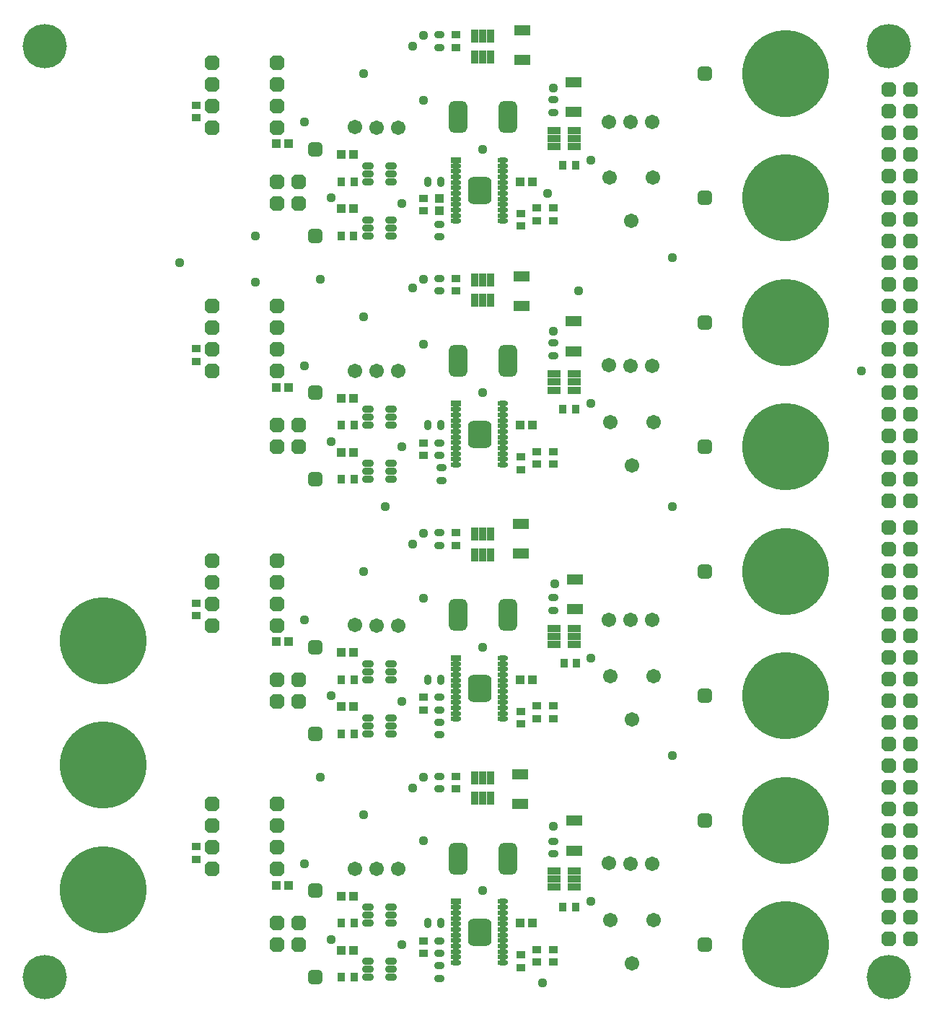
<source format=gts>
%FSAX25Y25*%
%MOIN*%
G70*
G01*
G75*
G04 Layer_Color=8388736*
%ADD10R,0.06693X0.03937*%
%ADD11R,0.03543X0.02756*%
G04:AMPARAMS|DCode=12|XSize=23.62mil|YSize=35.43mil|CornerRadius=5.91mil|HoleSize=0mil|Usage=FLASHONLY|Rotation=270.000|XOffset=0mil|YOffset=0mil|HoleType=Round|Shape=RoundedRectangle|*
%AMROUNDEDRECTD12*
21,1,0.02362,0.02362,0,0,270.0*
21,1,0.01181,0.03543,0,0,270.0*
1,1,0.01181,-0.01181,-0.00591*
1,1,0.01181,-0.01181,0.00591*
1,1,0.01181,0.01181,0.00591*
1,1,0.01181,0.01181,-0.00591*
%
%ADD12ROUNDEDRECTD12*%
%ADD13R,0.02756X0.05118*%
%ADD14R,0.02756X0.03543*%
G04:AMPARAMS|DCode=15|XSize=23.62mil|YSize=43.31mil|CornerRadius=5.91mil|HoleSize=0mil|Usage=FLASHONLY|Rotation=90.000|XOffset=0mil|YOffset=0mil|HoleType=Round|Shape=RoundedRectangle|*
%AMROUNDEDRECTD15*
21,1,0.02362,0.03150,0,0,90.0*
21,1,0.01181,0.04331,0,0,90.0*
1,1,0.01181,0.01575,0.00591*
1,1,0.01181,0.01575,-0.00591*
1,1,0.01181,-0.01575,-0.00591*
1,1,0.01181,-0.01575,0.00591*
%
%ADD15ROUNDEDRECTD15*%
%ADD16R,0.03150X0.03543*%
%ADD17R,0.04134X0.01772*%
%ADD18O,0.04134X0.01772*%
%ADD19R,0.05118X0.02756*%
G04:AMPARAMS|DCode=20|XSize=23.62mil|YSize=35.43mil|CornerRadius=5.91mil|HoleSize=0mil|Usage=FLASHONLY|Rotation=180.000|XOffset=0mil|YOffset=0mil|HoleType=Round|Shape=RoundedRectangle|*
%AMROUNDEDRECTD20*
21,1,0.02362,0.02362,0,0,180.0*
21,1,0.01181,0.03543,0,0,180.0*
1,1,0.01181,-0.00591,0.01181*
1,1,0.01181,0.00591,0.01181*
1,1,0.01181,0.00591,-0.01181*
1,1,0.01181,-0.00591,-0.01181*
%
%ADD20ROUNDEDRECTD20*%
G04:AMPARAMS|DCode=21|XSize=78.74mil|YSize=137.8mil|CornerRadius=19.69mil|HoleSize=0mil|Usage=FLASHONLY|Rotation=0.000|XOffset=0mil|YOffset=0mil|HoleType=Round|Shape=RoundedRectangle|*
%AMROUNDEDRECTD21*
21,1,0.07874,0.09843,0,0,0.0*
21,1,0.03937,0.13780,0,0,0.0*
1,1,0.03937,0.01969,-0.04921*
1,1,0.03937,-0.01969,-0.04921*
1,1,0.03937,-0.01969,0.04921*
1,1,0.03937,0.01969,0.04921*
%
%ADD21ROUNDEDRECTD21*%
%ADD22R,0.03543X0.03150*%
%ADD23C,0.01969*%
%ADD24C,0.01000*%
%ADD25C,0.05906*%
%ADD26C,0.01181*%
%ADD27C,0.01575*%
%ADD28C,0.02953*%
%ADD29C,0.19685*%
%ADD30C,0.39370*%
G04:AMPARAMS|DCode=31|XSize=59.06mil|YSize=59.06mil|CornerRadius=14.76mil|HoleSize=0mil|Usage=FLASHONLY|Rotation=270.000|XOffset=0mil|YOffset=0mil|HoleType=Round|Shape=RoundedRectangle|*
%AMROUNDEDRECTD31*
21,1,0.05906,0.02953,0,0,270.0*
21,1,0.02953,0.05906,0,0,270.0*
1,1,0.02953,-0.01476,-0.01476*
1,1,0.02953,-0.01476,0.01476*
1,1,0.02953,0.01476,0.01476*
1,1,0.02953,0.01476,-0.01476*
%
%ADD31ROUNDEDRECTD31*%
G04:AMPARAMS|DCode=32|XSize=59.06mil|YSize=59.06mil|CornerRadius=0mil|HoleSize=0mil|Usage=FLASHONLY|Rotation=270.000|XOffset=0mil|YOffset=0mil|HoleType=Round|Shape=Octagon|*
%AMOCTAGOND32*
4,1,8,-0.01476,-0.02953,0.01476,-0.02953,0.02953,-0.01476,0.02953,0.01476,0.01476,0.02953,-0.01476,0.02953,-0.02953,0.01476,-0.02953,-0.01476,-0.01476,-0.02953,0.0*
%
%ADD32OCTAGOND32*%

%ADD33C,0.05906*%
%ADD34C,0.03583*%
%ADD35C,0.00984*%
%ADD36C,0.00500*%
%ADD37C,0.00394*%
%ADD38C,0.00600*%
%ADD39C,0.00787*%
G04:AMPARAMS|DCode=40|XSize=127.95mil|YSize=107.87mil|CornerRadius=26.97mil|HoleSize=0mil|Usage=FLASHONLY|Rotation=90.000|XOffset=0mil|YOffset=0mil|HoleType=Round|Shape=RoundedRectangle|*
%AMROUNDEDRECTD40*
21,1,0.12795,0.05394,0,0,90.0*
21,1,0.07402,0.10787,0,0,90.0*
1,1,0.05394,0.02697,0.03701*
1,1,0.05394,0.02697,-0.03701*
1,1,0.05394,-0.02697,-0.03701*
1,1,0.05394,-0.02697,0.03701*
%
%ADD40ROUNDEDRECTD40*%
%ADD41R,0.07493X0.04737*%
%ADD42R,0.04343X0.03556*%
G04:AMPARAMS|DCode=43|XSize=31.62mil|YSize=43.43mil|CornerRadius=9.91mil|HoleSize=0mil|Usage=FLASHONLY|Rotation=270.000|XOffset=0mil|YOffset=0mil|HoleType=Round|Shape=RoundedRectangle|*
%AMROUNDEDRECTD43*
21,1,0.03162,0.02362,0,0,270.0*
21,1,0.01181,0.04343,0,0,270.0*
1,1,0.01981,-0.01181,-0.00591*
1,1,0.01981,-0.01181,0.00591*
1,1,0.01981,0.01181,0.00591*
1,1,0.01981,0.01181,-0.00591*
%
%ADD43ROUNDEDRECTD43*%
%ADD44R,0.03556X0.05918*%
%ADD45R,0.03556X0.04343*%
G04:AMPARAMS|DCode=46|XSize=31.62mil|YSize=51.31mil|CornerRadius=9.91mil|HoleSize=0mil|Usage=FLASHONLY|Rotation=90.000|XOffset=0mil|YOffset=0mil|HoleType=Round|Shape=RoundedRectangle|*
%AMROUNDEDRECTD46*
21,1,0.03162,0.03150,0,0,90.0*
21,1,0.01181,0.05131,0,0,90.0*
1,1,0.01981,0.01575,0.00591*
1,1,0.01981,0.01575,-0.00591*
1,1,0.01981,-0.01575,-0.00591*
1,1,0.01981,-0.01575,0.00591*
%
%ADD46ROUNDEDRECTD46*%
%ADD47R,0.03950X0.04343*%
%ADD48R,0.04934X0.02572*%
%ADD49O,0.04934X0.02572*%
%ADD50R,0.05918X0.03556*%
G04:AMPARAMS|DCode=51|XSize=31.62mil|YSize=43.43mil|CornerRadius=9.91mil|HoleSize=0mil|Usage=FLASHONLY|Rotation=180.000|XOffset=0mil|YOffset=0mil|HoleType=Round|Shape=RoundedRectangle|*
%AMROUNDEDRECTD51*
21,1,0.03162,0.02362,0,0,180.0*
21,1,0.01181,0.04343,0,0,180.0*
1,1,0.01981,-0.00591,0.01181*
1,1,0.01981,0.00591,0.01181*
1,1,0.01981,0.00591,-0.01181*
1,1,0.01981,-0.00591,-0.01181*
%
%ADD51ROUNDEDRECTD51*%
G04:AMPARAMS|DCode=52|XSize=86.74mil|YSize=145.79mil|CornerRadius=23.69mil|HoleSize=0mil|Usage=FLASHONLY|Rotation=0.000|XOffset=0mil|YOffset=0mil|HoleType=Round|Shape=RoundedRectangle|*
%AMROUNDEDRECTD52*
21,1,0.08674,0.09843,0,0,0.0*
21,1,0.03937,0.14579,0,0,0.0*
1,1,0.04737,0.01969,-0.04921*
1,1,0.04737,-0.01969,-0.04921*
1,1,0.04737,-0.01969,0.04921*
1,1,0.04737,0.01969,0.04921*
%
%ADD52ROUNDEDRECTD52*%
%ADD53R,0.04343X0.03950*%
%ADD54C,0.20485*%
%ADD55C,0.40170*%
G04:AMPARAMS|DCode=56|XSize=67.06mil|YSize=67.06mil|CornerRadius=18.76mil|HoleSize=0mil|Usage=FLASHONLY|Rotation=270.000|XOffset=0mil|YOffset=0mil|HoleType=Round|Shape=RoundedRectangle|*
%AMROUNDEDRECTD56*
21,1,0.06706,0.02953,0,0,270.0*
21,1,0.02953,0.06706,0,0,270.0*
1,1,0.03753,-0.01476,-0.01476*
1,1,0.03753,-0.01476,0.01476*
1,1,0.03753,0.01476,0.01476*
1,1,0.03753,0.01476,-0.01476*
%
%ADD56ROUNDEDRECTD56*%
G04:AMPARAMS|DCode=57|XSize=67.06mil|YSize=67.06mil|CornerRadius=0mil|HoleSize=0mil|Usage=FLASHONLY|Rotation=270.000|XOffset=0mil|YOffset=0mil|HoleType=Round|Shape=Octagon|*
%AMOCTAGOND57*
4,1,8,-0.01676,-0.03353,0.01676,-0.03353,0.03353,-0.01676,0.03353,0.01676,0.01676,0.03353,-0.01676,0.03353,-0.03353,0.01676,-0.03353,-0.01676,-0.01676,-0.03353,0.0*
%
%ADD57OCTAGOND57*%

%ADD58C,0.06706*%
%ADD59C,0.04383*%
D40*
X0490925Y0373425D02*
D03*
Y0255925D02*
D03*
Y0485925D02*
D03*
Y0143425D02*
D03*
D41*
X0510669Y0546339D02*
D03*
Y0560118D02*
D03*
X0534488Y0522284D02*
D03*
Y0536063D02*
D03*
X0510512Y0432677D02*
D03*
Y0446457D02*
D03*
X0534449Y0411811D02*
D03*
Y0425591D02*
D03*
X0509685Y0202520D02*
D03*
Y0216299D02*
D03*
X0534803Y0181102D02*
D03*
Y0194882D02*
D03*
X0510079Y0318347D02*
D03*
Y0332126D02*
D03*
X0535236Y0292638D02*
D03*
Y0306417D02*
D03*
D42*
X0480000Y0209547D02*
D03*
Y0215453D02*
D03*
X0525000Y0359547D02*
D03*
Y0365453D02*
D03*
X0480000Y0439547D02*
D03*
Y0445453D02*
D03*
X0465000Y0246047D02*
D03*
Y0251953D02*
D03*
X0517500Y0247953D02*
D03*
Y0242047D02*
D03*
X0510000Y0239547D02*
D03*
Y0245453D02*
D03*
X0525000Y0242047D02*
D03*
Y0247953D02*
D03*
X0480000Y0322047D02*
D03*
Y0327953D02*
D03*
X0510000Y0469547D02*
D03*
Y0475453D02*
D03*
X0517500Y0472047D02*
D03*
Y0477953D02*
D03*
X0525000Y0472047D02*
D03*
Y0477953D02*
D03*
X0465000Y0476547D02*
D03*
Y0482453D02*
D03*
X0480000Y0552047D02*
D03*
Y0557953D02*
D03*
X0465000Y0363547D02*
D03*
Y0369453D02*
D03*
X0517500Y0359547D02*
D03*
Y0365453D02*
D03*
X0510000Y0357047D02*
D03*
Y0362953D02*
D03*
X0525000Y0129547D02*
D03*
Y0135453D02*
D03*
X0510000Y0127047D02*
D03*
Y0132953D02*
D03*
X0517500Y0129547D02*
D03*
Y0135453D02*
D03*
X0465000Y0133547D02*
D03*
Y0139453D02*
D03*
X0360000Y0519547D02*
D03*
Y0525453D02*
D03*
Y0407047D02*
D03*
Y0412953D02*
D03*
Y0289547D02*
D03*
Y0295453D02*
D03*
Y0177047D02*
D03*
Y0182953D02*
D03*
D43*
X0472500Y0209547D02*
D03*
Y0215453D02*
D03*
Y0439547D02*
D03*
Y0445453D02*
D03*
Y0246047D02*
D03*
Y0251953D02*
D03*
Y0234547D02*
D03*
Y0240453D02*
D03*
X0525000Y0297953D02*
D03*
Y0292047D02*
D03*
X0472500Y0322047D02*
D03*
Y0327953D02*
D03*
X0525000Y0527953D02*
D03*
Y0522047D02*
D03*
X0472500Y0464547D02*
D03*
Y0470453D02*
D03*
Y0552047D02*
D03*
Y0557953D02*
D03*
Y0363547D02*
D03*
Y0369453D02*
D03*
X0473500Y0352047D02*
D03*
Y0357953D02*
D03*
X0525149Y0415650D02*
D03*
Y0409744D02*
D03*
X0525000Y0185453D02*
D03*
Y0179547D02*
D03*
X0472500Y0133547D02*
D03*
Y0139453D02*
D03*
Y0122047D02*
D03*
Y0127953D02*
D03*
D44*
X0496240Y0214724D02*
D03*
X0492500D02*
D03*
X0488760D02*
D03*
Y0205276D02*
D03*
X0492500D02*
D03*
X0496240D02*
D03*
Y0435276D02*
D03*
X0492500D02*
D03*
X0488760D02*
D03*
Y0444724D02*
D03*
X0492500D02*
D03*
X0496240D02*
D03*
Y0327224D02*
D03*
X0492500D02*
D03*
X0488760D02*
D03*
Y0317776D02*
D03*
X0492500D02*
D03*
X0496240D02*
D03*
Y0557224D02*
D03*
X0492500D02*
D03*
X0488760D02*
D03*
Y0547776D02*
D03*
X0492500D02*
D03*
X0496240D02*
D03*
D45*
X0427047Y0377500D02*
D03*
X0432953D02*
D03*
X0432953Y0352500D02*
D03*
X0427047D02*
D03*
X0427047Y0260000D02*
D03*
X0432953D02*
D03*
X0432953Y0235000D02*
D03*
X0427047D02*
D03*
X0535453Y0497500D02*
D03*
X0529547D02*
D03*
X0432835Y0465071D02*
D03*
X0426929D02*
D03*
X0427047Y0490000D02*
D03*
X0432953D02*
D03*
X0535453Y0155000D02*
D03*
X0529547D02*
D03*
X0432953Y0122500D02*
D03*
X0427047D02*
D03*
X0427047Y0147500D02*
D03*
X0432953D02*
D03*
X0529547Y0385000D02*
D03*
X0535453D02*
D03*
X0535906Y0267500D02*
D03*
X0530000D02*
D03*
D46*
X0450000Y0352500D02*
D03*
Y0356240D02*
D03*
Y0359980D02*
D03*
X0439370D02*
D03*
Y0356240D02*
D03*
Y0352500D02*
D03*
X0450000Y0260000D02*
D03*
Y0263740D02*
D03*
Y0267480D02*
D03*
X0439370D02*
D03*
Y0263740D02*
D03*
Y0260000D02*
D03*
X0450000Y0235000D02*
D03*
Y0238740D02*
D03*
Y0242480D02*
D03*
X0439370D02*
D03*
Y0238740D02*
D03*
Y0235000D02*
D03*
X0450000Y0377500D02*
D03*
Y0381240D02*
D03*
Y0384980D02*
D03*
X0439370D02*
D03*
Y0381240D02*
D03*
Y0377500D02*
D03*
X0450000Y0465000D02*
D03*
Y0468740D02*
D03*
Y0472480D02*
D03*
X0439370D02*
D03*
Y0468740D02*
D03*
Y0465000D02*
D03*
X0450000Y0490000D02*
D03*
Y0493740D02*
D03*
Y0497480D02*
D03*
X0439370D02*
D03*
Y0493740D02*
D03*
Y0490000D02*
D03*
X0450000Y0147500D02*
D03*
Y0151240D02*
D03*
Y0154980D02*
D03*
X0439370D02*
D03*
Y0151240D02*
D03*
Y0147500D02*
D03*
X0450000Y0122500D02*
D03*
Y0126240D02*
D03*
Y0129980D02*
D03*
X0439370D02*
D03*
Y0126240D02*
D03*
Y0122500D02*
D03*
D47*
X0432756Y0160000D02*
D03*
X0427244D02*
D03*
X0509744Y0377500D02*
D03*
X0515256D02*
D03*
X0432756Y0502500D02*
D03*
X0427244D02*
D03*
X0432756Y0477500D02*
D03*
X0427244D02*
D03*
X0509744Y0260000D02*
D03*
X0515256D02*
D03*
X0509744Y0490000D02*
D03*
X0515256D02*
D03*
X0432756Y0390000D02*
D03*
X0427244D02*
D03*
X0432756Y0365000D02*
D03*
X0427244D02*
D03*
X0432756Y0135000D02*
D03*
X0427244D02*
D03*
X0509744Y0147500D02*
D03*
X0515256D02*
D03*
X0427244Y0247500D02*
D03*
X0432756D02*
D03*
X0427244Y0272500D02*
D03*
X0432756D02*
D03*
X0402756Y0507500D02*
D03*
X0397244D02*
D03*
X0402756Y0395000D02*
D03*
X0397244D02*
D03*
X0402756Y0277500D02*
D03*
X0397244D02*
D03*
X0402756Y0165000D02*
D03*
X0397244D02*
D03*
D48*
X0480000Y0387500D02*
D03*
Y0270000D02*
D03*
Y0500000D02*
D03*
Y0157500D02*
D03*
D49*
Y0384941D02*
D03*
Y0382382D02*
D03*
Y0379823D02*
D03*
Y0377264D02*
D03*
Y0374705D02*
D03*
Y0372146D02*
D03*
Y0369587D02*
D03*
Y0367027D02*
D03*
Y0364469D02*
D03*
Y0361909D02*
D03*
Y0359350D02*
D03*
X0501850Y0387500D02*
D03*
Y0384941D02*
D03*
Y0382382D02*
D03*
Y0379823D02*
D03*
Y0377264D02*
D03*
Y0374705D02*
D03*
Y0372146D02*
D03*
Y0369587D02*
D03*
Y0367027D02*
D03*
Y0364469D02*
D03*
Y0361909D02*
D03*
Y0359350D02*
D03*
X0480000Y0267441D02*
D03*
Y0264882D02*
D03*
Y0262323D02*
D03*
Y0259764D02*
D03*
Y0257205D02*
D03*
Y0254646D02*
D03*
Y0252087D02*
D03*
Y0249528D02*
D03*
Y0246969D02*
D03*
Y0244409D02*
D03*
Y0241850D02*
D03*
X0501850Y0270000D02*
D03*
Y0267441D02*
D03*
Y0264882D02*
D03*
Y0262323D02*
D03*
Y0259764D02*
D03*
Y0257205D02*
D03*
Y0254646D02*
D03*
Y0252087D02*
D03*
Y0249528D02*
D03*
Y0246969D02*
D03*
Y0244409D02*
D03*
Y0241850D02*
D03*
X0480000Y0497441D02*
D03*
Y0494882D02*
D03*
Y0492323D02*
D03*
Y0489764D02*
D03*
Y0487205D02*
D03*
Y0484646D02*
D03*
Y0482087D02*
D03*
Y0479528D02*
D03*
Y0476968D02*
D03*
Y0474409D02*
D03*
Y0471850D02*
D03*
X0501850Y0500000D02*
D03*
Y0497441D02*
D03*
Y0494882D02*
D03*
Y0492323D02*
D03*
Y0489764D02*
D03*
Y0487205D02*
D03*
Y0484646D02*
D03*
Y0482087D02*
D03*
Y0479528D02*
D03*
Y0476968D02*
D03*
Y0474409D02*
D03*
Y0471850D02*
D03*
X0480000Y0154941D02*
D03*
Y0152382D02*
D03*
Y0149823D02*
D03*
Y0147264D02*
D03*
Y0144705D02*
D03*
Y0142146D02*
D03*
Y0139587D02*
D03*
Y0137028D02*
D03*
Y0134468D02*
D03*
Y0131909D02*
D03*
Y0129350D02*
D03*
X0501850Y0157500D02*
D03*
Y0154941D02*
D03*
Y0152382D02*
D03*
Y0149823D02*
D03*
Y0147264D02*
D03*
Y0144705D02*
D03*
Y0142146D02*
D03*
Y0139587D02*
D03*
Y0137028D02*
D03*
Y0134468D02*
D03*
Y0131909D02*
D03*
Y0129350D02*
D03*
D50*
X0534724Y0401240D02*
D03*
Y0397500D02*
D03*
Y0393760D02*
D03*
X0525276D02*
D03*
Y0397500D02*
D03*
Y0401240D02*
D03*
Y0283740D02*
D03*
Y0280000D02*
D03*
Y0276260D02*
D03*
X0534724D02*
D03*
Y0280000D02*
D03*
Y0283740D02*
D03*
X0525276Y0513740D02*
D03*
Y0510000D02*
D03*
Y0506260D02*
D03*
X0534724D02*
D03*
Y0510000D02*
D03*
Y0513740D02*
D03*
X0525276Y0171740D02*
D03*
Y0168000D02*
D03*
Y0164260D02*
D03*
X0534724D02*
D03*
Y0168000D02*
D03*
Y0171740D02*
D03*
D51*
X0467047Y0260000D02*
D03*
X0472953D02*
D03*
X0467047Y0490000D02*
D03*
X0472953D02*
D03*
X0467047Y0377500D02*
D03*
X0472953D02*
D03*
X0467047Y0147500D02*
D03*
X0472953D02*
D03*
D52*
X0480937Y0289913D02*
D03*
X0504165D02*
D03*
X0480937Y0519913D02*
D03*
X0504165D02*
D03*
X0480937Y0177413D02*
D03*
X0504165D02*
D03*
X0480937Y0407413D02*
D03*
X0504165D02*
D03*
D53*
X0472500Y0482256D02*
D03*
Y0476744D02*
D03*
D54*
X0290000Y0122500D02*
D03*
Y0552500D02*
D03*
X0680000Y0122500D02*
D03*
Y0552500D02*
D03*
D55*
X0317000Y0278000D02*
D03*
Y0220500D02*
D03*
Y0163000D02*
D03*
X0632500Y0137500D02*
D03*
Y0195000D02*
D03*
Y0252500D02*
D03*
Y0310000D02*
D03*
Y0367500D02*
D03*
Y0425000D02*
D03*
Y0482500D02*
D03*
Y0540000D02*
D03*
D56*
X0415000Y0505000D02*
D03*
Y0465000D02*
D03*
Y0392500D02*
D03*
Y0352500D02*
D03*
Y0275000D02*
D03*
Y0235000D02*
D03*
Y0162500D02*
D03*
Y0122500D02*
D03*
X0595000Y0540000D02*
D03*
Y0482500D02*
D03*
Y0425000D02*
D03*
Y0367500D02*
D03*
Y0310000D02*
D03*
Y0252500D02*
D03*
Y0195000D02*
D03*
Y0137500D02*
D03*
D57*
X0407500Y0480000D02*
D03*
X0397500D02*
D03*
X0407500Y0490000D02*
D03*
X0397500D02*
D03*
X0407500Y0367500D02*
D03*
X0397500D02*
D03*
X0407500Y0377500D02*
D03*
X0397500D02*
D03*
X0407500Y0250000D02*
D03*
X0397500D02*
D03*
X0407500Y0260000D02*
D03*
X0397500D02*
D03*
X0407500Y0137500D02*
D03*
X0397500D02*
D03*
X0407500Y0147500D02*
D03*
X0397500D02*
D03*
X0690000Y0140433D02*
D03*
X0680000D02*
D03*
X0690000Y0150433D02*
D03*
X0680000D02*
D03*
X0690000Y0160433D02*
D03*
X0680000D02*
D03*
X0690000Y0170433D02*
D03*
X0680000D02*
D03*
X0690000Y0180433D02*
D03*
X0680000D02*
D03*
X0690000Y0190433D02*
D03*
X0680000D02*
D03*
X0690000Y0200433D02*
D03*
X0680000D02*
D03*
X0690000Y0210433D02*
D03*
X0680000D02*
D03*
X0690000Y0220433D02*
D03*
X0680000D02*
D03*
X0690000Y0230433D02*
D03*
X0680000D02*
D03*
X0690000Y0240433D02*
D03*
X0680000D02*
D03*
X0690000Y0250433D02*
D03*
X0680000D02*
D03*
X0690000Y0260433D02*
D03*
X0680000D02*
D03*
X0690000Y0270433D02*
D03*
X0680000D02*
D03*
X0690000Y0280433D02*
D03*
X0680000D02*
D03*
X0690000Y0290433D02*
D03*
X0680000D02*
D03*
X0690000Y0300433D02*
D03*
X0680000D02*
D03*
X0690000Y0310433D02*
D03*
X0680000D02*
D03*
X0690000Y0320433D02*
D03*
X0680000D02*
D03*
X0690000Y0330433D02*
D03*
X0680000D02*
D03*
X0690000Y0342500D02*
D03*
X0680000D02*
D03*
X0690000Y0352500D02*
D03*
X0680000D02*
D03*
X0690000Y0362500D02*
D03*
X0680000D02*
D03*
X0690000Y0372500D02*
D03*
X0680000D02*
D03*
X0690000Y0382500D02*
D03*
X0680000D02*
D03*
X0690000Y0392500D02*
D03*
X0680000D02*
D03*
X0690000Y0402500D02*
D03*
X0680000D02*
D03*
X0690000Y0412500D02*
D03*
X0680000D02*
D03*
X0690000Y0422500D02*
D03*
X0680000D02*
D03*
X0690000Y0432500D02*
D03*
X0680000D02*
D03*
X0690000Y0442500D02*
D03*
X0680000D02*
D03*
X0690000Y0452500D02*
D03*
X0680000D02*
D03*
X0690000Y0462500D02*
D03*
X0680000D02*
D03*
X0690000Y0472500D02*
D03*
X0680000D02*
D03*
X0690000Y0482500D02*
D03*
X0680000D02*
D03*
X0690000Y0492500D02*
D03*
X0680000D02*
D03*
X0690000Y0502500D02*
D03*
X0680000D02*
D03*
X0690000Y0512500D02*
D03*
X0680000D02*
D03*
X0690000Y0522500D02*
D03*
X0680000D02*
D03*
X0690000Y0532500D02*
D03*
X0680000D02*
D03*
X0367500Y0545000D02*
D03*
Y0535000D02*
D03*
Y0525000D02*
D03*
Y0515000D02*
D03*
X0397500Y0545000D02*
D03*
Y0535000D02*
D03*
Y0525000D02*
D03*
Y0515000D02*
D03*
X0367500Y0432500D02*
D03*
Y0422500D02*
D03*
Y0412500D02*
D03*
Y0402500D02*
D03*
X0397500Y0432500D02*
D03*
Y0422500D02*
D03*
Y0412500D02*
D03*
Y0402500D02*
D03*
X0367500Y0315000D02*
D03*
Y0305000D02*
D03*
Y0295000D02*
D03*
Y0285000D02*
D03*
X0397500Y0315000D02*
D03*
Y0305000D02*
D03*
Y0295000D02*
D03*
Y0285000D02*
D03*
X0367500Y0202500D02*
D03*
Y0192500D02*
D03*
Y0182500D02*
D03*
Y0172500D02*
D03*
X0397500Y0202500D02*
D03*
Y0192500D02*
D03*
Y0182500D02*
D03*
Y0172500D02*
D03*
D58*
X0433284Y0172799D02*
D03*
X0443311Y0172646D02*
D03*
X0453268Y0172626D02*
D03*
X0571500Y0379000D02*
D03*
X0551500D02*
D03*
X0561500Y0359000D02*
D03*
X0433284Y0402799D02*
D03*
X0443311Y0402646D02*
D03*
X0453268Y0402626D02*
D03*
X0571500Y0261500D02*
D03*
X0551500D02*
D03*
X0561500Y0241500D02*
D03*
X0550783Y0517799D02*
D03*
X0560811Y0517646D02*
D03*
X0570768Y0517626D02*
D03*
X0571000Y0492000D02*
D03*
X0551000D02*
D03*
X0561000Y0472000D02*
D03*
X0433284Y0285299D02*
D03*
X0443311Y0285146D02*
D03*
X0453268Y0285126D02*
D03*
X0433284Y0515299D02*
D03*
X0443311Y0515146D02*
D03*
X0453268Y0515126D02*
D03*
X0550783Y0405299D02*
D03*
X0560811Y0405146D02*
D03*
X0570768Y0405126D02*
D03*
X0550783Y0175299D02*
D03*
X0560811Y0175146D02*
D03*
X0570768Y0175126D02*
D03*
X0550783Y0287799D02*
D03*
X0560811Y0287646D02*
D03*
X0570768Y0287626D02*
D03*
X0571500Y0149000D02*
D03*
X0551500D02*
D03*
X0561500Y0129000D02*
D03*
D59*
X0524961Y0420945D02*
D03*
Y0192205D02*
D03*
X0437500Y0197500D02*
D03*
Y0540000D02*
D03*
Y0427500D02*
D03*
Y0310000D02*
D03*
X0520000Y0120000D02*
D03*
X0422500Y0252500D02*
D03*
X0492500Y0162500D02*
D03*
Y0392500D02*
D03*
X0525827Y0304173D02*
D03*
X0524961Y0533228D02*
D03*
X0522500Y0484500D02*
D03*
X0492500Y0505000D02*
D03*
Y0275000D02*
D03*
X0455000Y0137500D02*
D03*
Y0250000D02*
D03*
Y0367500D02*
D03*
Y0480000D02*
D03*
X0410000Y0517500D02*
D03*
Y0405000D02*
D03*
Y0287500D02*
D03*
Y0175000D02*
D03*
X0422500Y0140000D02*
D03*
Y0370000D02*
D03*
X0417500Y0215000D02*
D03*
X0580000Y0225000D02*
D03*
X0667500Y0402500D02*
D03*
X0536890Y0439646D02*
D03*
X0422500Y0482500D02*
D03*
X0417500Y0445000D02*
D03*
X0580000Y0455000D02*
D03*
Y0340000D02*
D03*
X0352500Y0452500D02*
D03*
X0387500Y0465000D02*
D03*
Y0443500D02*
D03*
X0447500Y0340000D02*
D03*
X0460000Y0441000D02*
D03*
Y0210000D02*
D03*
Y0322500D02*
D03*
Y0552500D02*
D03*
X0465000Y0557500D02*
D03*
Y0527500D02*
D03*
Y0327500D02*
D03*
Y0297500D02*
D03*
Y0445000D02*
D03*
Y0415000D02*
D03*
Y0185500D02*
D03*
Y0215000D02*
D03*
X0542500Y0500000D02*
D03*
Y0270000D02*
D03*
Y0387500D02*
D03*
Y0157500D02*
D03*
M02*

</source>
